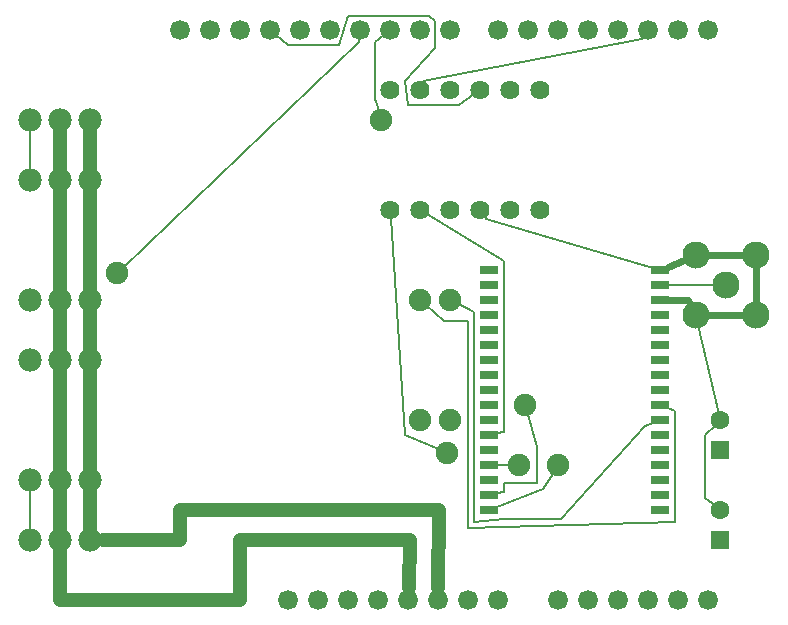
<source format=gtl>
G04 MADE WITH FRITZING*
G04 WWW.FRITZING.ORG*
G04 DOUBLE SIDED*
G04 HOLES PLATED*
G04 CONTOUR ON CENTER OF CONTOUR VECTOR*
%ASAXBY*%
%FSLAX23Y23*%
%MOIN*%
%OFA0B0*%
%SFA1.0B1.0*%
%ADD10C,0.062992*%
%ADD11C,0.075000*%
%ADD12C,0.064000*%
%ADD13C,0.078000*%
%ADD14C,0.090551*%
%ADD15C,0.066194*%
%ADD16C,0.066222*%
%ADD17C,0.075433*%
%ADD18R,0.062992X0.062992*%
%ADD19R,0.062992X0.031496*%
%ADD20C,0.048000*%
%ADD21C,0.024000*%
%ADD22C,0.008000*%
%LNCOPPER1*%
G90*
G70*
G54D10*
X2565Y626D03*
X2565Y725D03*
X2565Y326D03*
X2565Y425D03*
G54D11*
X1665Y1126D03*
X1665Y726D03*
X1565Y1126D03*
X1565Y726D03*
G54D12*
X1865Y1426D03*
X1765Y1426D03*
X1665Y1426D03*
X1565Y1426D03*
X1465Y1426D03*
X1465Y1826D03*
X1565Y1826D03*
X1665Y1826D03*
X1765Y1826D03*
X1865Y1826D03*
X1965Y1826D03*
X1965Y1426D03*
G54D13*
X465Y526D03*
X365Y526D03*
X265Y526D03*
X465Y1126D03*
X365Y1126D03*
X265Y1126D03*
X465Y1726D03*
X365Y1726D03*
X265Y1726D03*
G54D14*
X2482Y1276D03*
X2582Y1176D03*
X2482Y1076D03*
X2682Y1076D03*
X2682Y1276D03*
G54D15*
X2125Y126D03*
X2225Y126D03*
X2325Y126D03*
X2425Y126D03*
X2525Y126D03*
G54D16*
X1665Y2026D03*
X1565Y2026D03*
X1465Y2026D03*
X1365Y2026D03*
X1265Y2026D03*
X1165Y2026D03*
X1065Y2026D03*
X965Y2026D03*
X865Y2026D03*
X765Y2026D03*
X2525Y2026D03*
X2425Y2026D03*
X2325Y2026D03*
X2225Y2026D03*
X2125Y2026D03*
X2025Y2026D03*
X1925Y2026D03*
X1825Y2026D03*
G54D15*
X1225Y126D03*
X1125Y126D03*
X1325Y126D03*
X1425Y126D03*
X1525Y126D03*
X1625Y126D03*
X1725Y126D03*
X1825Y126D03*
X2025Y126D03*
G54D13*
X465Y326D03*
X365Y326D03*
X265Y326D03*
X465Y926D03*
X365Y926D03*
X265Y926D03*
X465Y1526D03*
X365Y1526D03*
X265Y1526D03*
G54D17*
X1895Y578D03*
X1655Y618D03*
X555Y1218D03*
X1435Y1728D03*
X1915Y778D03*
X2025Y578D03*
G54D18*
X2565Y626D03*
X2565Y326D03*
G54D19*
X1794Y1226D03*
X1794Y1176D03*
X1794Y1126D03*
X1794Y1076D03*
X1794Y1026D03*
X1794Y976D03*
X1794Y926D03*
X1794Y877D03*
X1794Y827D03*
X1794Y777D03*
X1794Y727D03*
X1794Y677D03*
X1794Y627D03*
X1794Y577D03*
X1794Y527D03*
X1794Y477D03*
X1794Y427D03*
X2365Y1226D03*
X2365Y1176D03*
X2365Y1126D03*
X2365Y1076D03*
X2365Y1026D03*
X2365Y976D03*
X2365Y926D03*
X2365Y877D03*
X2365Y827D03*
X2365Y777D03*
X2365Y727D03*
X2365Y677D03*
X2365Y627D03*
X2365Y577D03*
X2365Y527D03*
X2365Y477D03*
X2365Y427D03*
G54D20*
X465Y1485D02*
X465Y1167D01*
D02*
X465Y1685D02*
X465Y1567D01*
D02*
X365Y1685D02*
X365Y1567D01*
D02*
X365Y1526D02*
X365Y1167D01*
D02*
X365Y1085D02*
X365Y967D01*
D02*
X365Y485D02*
X365Y367D01*
D02*
X465Y485D02*
X465Y367D01*
D02*
X465Y885D02*
X465Y567D01*
D02*
X465Y1085D02*
X465Y967D01*
G54D21*
D02*
X2682Y1236D02*
X2682Y1117D01*
G54D20*
D02*
X1626Y426D02*
X1625Y168D01*
D02*
X765Y426D02*
X1626Y426D01*
D02*
X765Y326D02*
X765Y426D01*
D02*
X506Y326D02*
X765Y326D01*
D02*
X1529Y326D02*
X1526Y168D01*
D02*
X965Y126D02*
X965Y326D01*
D02*
X965Y326D02*
X1529Y326D01*
D02*
X365Y126D02*
X965Y126D01*
D02*
X365Y285D02*
X365Y126D01*
D02*
X365Y926D02*
X365Y567D01*
G54D22*
D02*
X2391Y1176D02*
X2546Y1176D01*
D02*
X2315Y708D02*
X2035Y398D01*
D02*
X2339Y717D02*
X2315Y708D01*
G54D21*
D02*
X2457Y1126D02*
X2463Y1113D01*
D02*
X2391Y1126D02*
X2457Y1126D01*
D02*
X2389Y1236D02*
X2444Y1260D01*
D02*
X2641Y1276D02*
X2522Y1276D01*
D02*
X2522Y1076D02*
X2641Y1076D01*
G54D22*
D02*
X1745Y1088D02*
X1686Y1116D01*
D02*
X1745Y388D02*
X1745Y1088D01*
D02*
X1845Y398D02*
X1745Y388D01*
D02*
X2035Y398D02*
X1845Y398D01*
D02*
X1575Y1858D02*
X2305Y1998D01*
D02*
X1573Y1851D02*
X1575Y1858D01*
D02*
X2415Y388D02*
X1725Y368D01*
D02*
X2415Y758D02*
X2415Y388D01*
D02*
X2391Y767D02*
X2415Y758D01*
D02*
X2305Y1998D02*
X2311Y2006D01*
D02*
X1645Y1058D02*
X1582Y1111D01*
D02*
X1725Y1058D02*
X1645Y1058D01*
D02*
X1725Y368D02*
X1725Y1058D01*
D02*
X1587Y1413D02*
X1845Y1258D01*
D02*
X1845Y688D02*
X1820Y682D01*
D02*
X1845Y1258D02*
X1845Y688D01*
D02*
X1820Y577D02*
X1872Y577D01*
D02*
X1634Y627D02*
X1515Y678D01*
X1515Y678D02*
X1467Y1401D01*
D02*
X265Y1702D02*
X265Y1551D01*
D02*
X1360Y1988D02*
X572Y1234D01*
D02*
X1362Y2002D02*
X1360Y1988D01*
D02*
X265Y502D02*
X265Y351D01*
D02*
X1415Y1798D02*
X1429Y1750D01*
D02*
X1415Y1988D02*
X1415Y1798D01*
D02*
X1445Y2011D02*
X1415Y1988D01*
D02*
X1955Y638D02*
X1921Y755D01*
D02*
X1955Y518D02*
X1955Y638D01*
D02*
X1845Y518D02*
X1955Y518D01*
D02*
X1845Y488D02*
X1845Y518D01*
D02*
X1820Y482D02*
X1845Y488D01*
D02*
X2515Y678D02*
X2549Y710D01*
D02*
X2515Y468D02*
X2515Y678D01*
D02*
X2549Y439D02*
X2515Y468D01*
D02*
X2490Y1042D02*
X2560Y745D01*
D02*
X1785Y1398D02*
X2339Y1234D01*
D02*
X1780Y1405D02*
X1785Y1398D01*
D02*
X1295Y1978D02*
X1325Y2073D01*
D02*
X1125Y1978D02*
X1295Y1978D01*
D02*
X1084Y2011D02*
X1125Y1978D01*
D02*
X1595Y2073D02*
X1615Y2058D01*
D02*
X1325Y2073D02*
X1595Y2073D01*
D02*
X1615Y1968D02*
X1515Y1858D01*
D02*
X1615Y2058D02*
X1615Y1968D01*
D02*
X1695Y1778D02*
X1744Y1812D01*
D02*
X1525Y1778D02*
X1695Y1778D01*
D02*
X1515Y1858D02*
X1525Y1778D01*
D02*
X1975Y498D02*
X2013Y558D01*
D02*
X1820Y437D02*
X1975Y498D01*
G04 End of Copper1*
M02*
</source>
